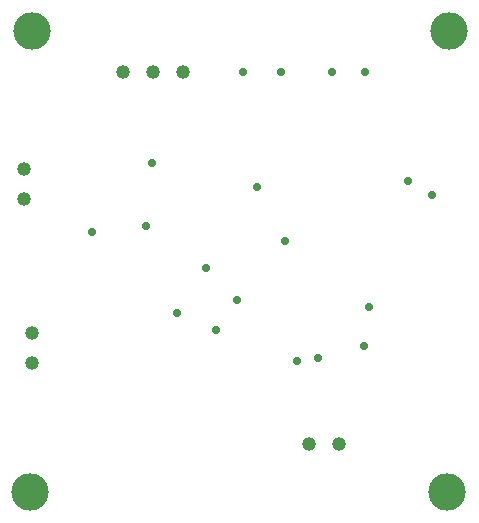
<source format=gbr>
%TF.GenerationSoftware,Altium Limited,Altium Designer,23.6.0 (18)*%
G04 Layer_Color=0*
%FSLAX45Y45*%
%MOMM*%
%TF.SameCoordinates,E9F55D22-D83D-4709-9336-3143B1C0F483*%
%TF.FilePolarity,Positive*%
%TF.FileFunction,Plated,1,2,PTH,Drill*%
%TF.Part,Single*%
G01*
G75*
%TA.AperFunction,OtherDrill,Pad Free-26 (67.056mm,123.444mm)*%
%ADD43C,3.17500*%
%TA.AperFunction,OtherDrill,Pad Free-26 (66.929mm,84.455mm)*%
%ADD44C,3.17500*%
%TA.AperFunction,ComponentDrill*%
%ADD45C,1.19000*%
%ADD46C,1.19000*%
%TA.AperFunction,OtherDrill,Pad Free-26 (31.623mm,84.455mm)*%
%ADD47C,3.17500*%
%TA.AperFunction,OtherDrill,Pad Free-26 (31.75mm,123.444mm)*%
%ADD48C,3.17500*%
%TA.AperFunction,ViaDrill,NotFilled*%
%ADD49C,0.71120*%
D43*
X6705600Y12344400D02*
D03*
D44*
X6692900Y8445500D02*
D03*
D45*
X5778500Y8851900D02*
D03*
X5524500D02*
D03*
X3949700Y12001500D02*
D03*
X4203700D02*
D03*
X4457700D02*
D03*
D46*
X3111500Y11176000D02*
D03*
Y10922000D02*
D03*
X3175000Y9537700D02*
D03*
Y9791700D02*
D03*
D47*
X3162300Y8445500D02*
D03*
D48*
X3175000Y12344400D02*
D03*
D49*
X6362700Y11074400D02*
D03*
X5321300Y10566400D02*
D03*
X5080000Y11023600D02*
D03*
X5994400Y12001500D02*
D03*
X5715000D02*
D03*
X5283200D02*
D03*
X4965700D02*
D03*
X4648200Y10337800D02*
D03*
X6031900Y10013129D02*
D03*
X5985420Y9681120D02*
D03*
X5422900Y9550400D02*
D03*
X5600700Y9575800D02*
D03*
X3683000Y10642600D02*
D03*
X4910599Y10067885D02*
D03*
X4191000Y11226800D02*
D03*
X4140200Y10693400D02*
D03*
X6565900Y10960100D02*
D03*
X4737100Y9817100D02*
D03*
X4406900Y9956800D02*
D03*
%TF.MD5,f56e32ffecd489978318cb42678fab0d*%
M02*

</source>
